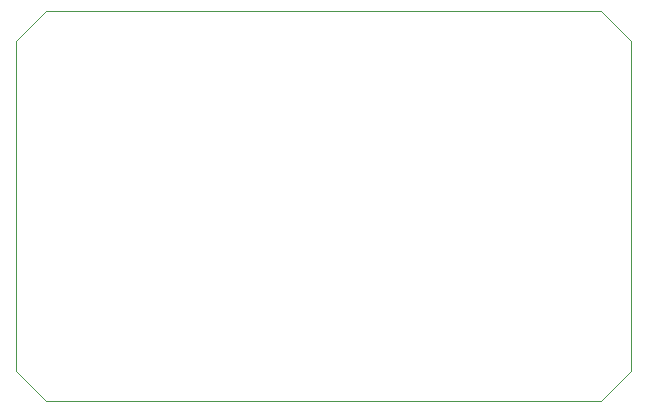
<source format=gbr>
%TF.GenerationSoftware,KiCad,Pcbnew,(6.0.2)*%
%TF.CreationDate,2022-11-08T08:49:04-05:00*%
%TF.ProjectId,Main Board,4d61696e-2042-46f6-9172-642e6b696361,rev?*%
%TF.SameCoordinates,Original*%
%TF.FileFunction,Profile,NP*%
%FSLAX46Y46*%
G04 Gerber Fmt 4.6, Leading zero omitted, Abs format (unit mm)*
G04 Created by KiCad (PCBNEW (6.0.2)) date 2022-11-08 08:49:04*
%MOMM*%
%LPD*%
G01*
G04 APERTURE LIST*
%TA.AperFunction,Profile*%
%ADD10C,0.100000*%
%TD*%
G04 APERTURE END LIST*
D10*
X156210000Y-74930000D02*
X167640000Y-74930000D01*
X153670000Y-77470000D02*
X156210000Y-74930000D01*
X153670000Y-105410000D02*
X153670000Y-77470000D01*
X156210000Y-107950000D02*
X153670000Y-105410000D01*
X203200000Y-107950000D02*
X156210000Y-107950000D01*
X205740000Y-105410000D02*
X203200000Y-107950000D01*
X205740000Y-77470000D02*
X205740000Y-105410000D01*
X203200000Y-74930000D02*
X205740000Y-77470000D01*
X167640000Y-74930000D02*
X203200000Y-74930000D01*
M02*

</source>
